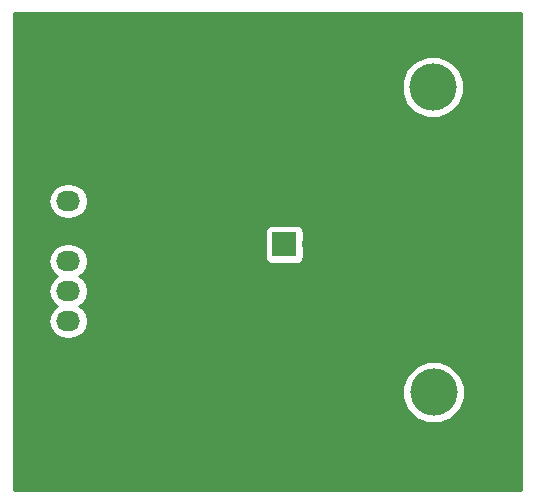
<source format=gbl>
G04 #@! TF.GenerationSoftware,KiCad,Pcbnew,(2017-08-08 revision 53204e097)-makepkg*
G04 #@! TF.CreationDate,2017-10-18T16:30:53+02:00*
G04 #@! TF.ProjectId,LM510401A,4C4D353130343031412E6B696361645F,rev?*
G04 #@! TF.SameCoordinates,Original*
G04 #@! TF.FileFunction,Copper,L2,Bot,Signal*
G04 #@! TF.FilePolarity,Positive*
%FSLAX46Y46*%
G04 Gerber Fmt 4.6, Leading zero omitted, Abs format (unit mm)*
G04 Created by KiCad (PCBNEW (2017-08-08 revision 53204e097)-makepkg) date 10/18/17 16:30:53*
%MOMM*%
%LPD*%
G01*
G04 APERTURE LIST*
%ADD10R,2.032000X2.032000*%
%ADD11O,2.032000X2.032000*%
%ADD12R,2.032000X1.727200*%
%ADD13O,2.032000X1.727200*%
%ADD14C,4.000500*%
%ADD15C,6.400000*%
%ADD16C,0.500000*%
%ADD17C,0.300000*%
%ADD18C,0.254000*%
G04 APERTURE END LIST*
D10*
X137287000Y-100965000D03*
D11*
X139827000Y-100965000D03*
D12*
X118999000Y-94742000D03*
D13*
X118999000Y-97282000D03*
X118999000Y-99822000D03*
X118999000Y-102362000D03*
X118999000Y-104902000D03*
X118999000Y-107442000D03*
D14*
X149860000Y-87630000D03*
X139700000Y-87630000D03*
X149923500Y-113474500D03*
X139763500Y-113474500D03*
D15*
X119380000Y-86360000D03*
X119380000Y-116840000D03*
X152400000Y-101600000D03*
D16*
X133985000Y-104140000D03*
X133985000Y-102870000D03*
X132715000Y-104140000D03*
X132715000Y-102870000D03*
X131445000Y-104140000D03*
X130175000Y-102870000D03*
X131445000Y-102870000D03*
X130175000Y-95885000D03*
X132715000Y-95885000D03*
X131445000Y-95885000D03*
X133985000Y-94615000D03*
X133985000Y-95885000D03*
X130175000Y-104140000D03*
X132715000Y-94615000D03*
X131445000Y-94615000D03*
X130175000Y-94615000D03*
X125158500Y-94678502D03*
X121898815Y-96900499D03*
D17*
X133985000Y-102870000D02*
X133985000Y-104140000D01*
X131445000Y-104140000D02*
X132715000Y-104140000D01*
X131445000Y-102870000D02*
X132715000Y-102870000D01*
X130175000Y-96238553D02*
X130175000Y-102870000D01*
X130175000Y-95885000D02*
X130175000Y-96238553D01*
X130175000Y-95885000D02*
X131445000Y-95885000D01*
X132715000Y-95885000D02*
X133985000Y-95885000D01*
X132715000Y-94615000D02*
X133985000Y-94615000D01*
X133979161Y-94615000D02*
X132715000Y-94615000D01*
X130175000Y-94615000D02*
X131445000Y-94615000D01*
D18*
G36*
X157353000Y-121793000D02*
X114427000Y-121793000D01*
X114427000Y-113996384D01*
X147287793Y-113996384D01*
X147688141Y-114965299D01*
X148428802Y-115707254D01*
X149397017Y-116109292D01*
X150445384Y-116110207D01*
X151414299Y-115709859D01*
X152156254Y-114969198D01*
X152558292Y-114000983D01*
X152559207Y-112952616D01*
X152158859Y-111983701D01*
X151418198Y-111241746D01*
X150449983Y-110839708D01*
X149401616Y-110838793D01*
X148432701Y-111239141D01*
X147690746Y-111979802D01*
X147288708Y-112948017D01*
X147287793Y-113996384D01*
X114427000Y-113996384D01*
X114427000Y-102362000D01*
X117315655Y-102362000D01*
X117429729Y-102935489D01*
X117754585Y-103421670D01*
X118069366Y-103632000D01*
X117754585Y-103842330D01*
X117429729Y-104328511D01*
X117315655Y-104902000D01*
X117429729Y-105475489D01*
X117754585Y-105961670D01*
X118069366Y-106172000D01*
X117754585Y-106382330D01*
X117429729Y-106868511D01*
X117315655Y-107442000D01*
X117429729Y-108015489D01*
X117754585Y-108501670D01*
X118240766Y-108826526D01*
X118814255Y-108940600D01*
X119183745Y-108940600D01*
X119757234Y-108826526D01*
X120243415Y-108501670D01*
X120568271Y-108015489D01*
X120682345Y-107442000D01*
X120568271Y-106868511D01*
X120243415Y-106382330D01*
X119928634Y-106172000D01*
X120243415Y-105961670D01*
X120568271Y-105475489D01*
X120682345Y-104902000D01*
X120568271Y-104328511D01*
X120243415Y-103842330D01*
X119928634Y-103632000D01*
X120243415Y-103421670D01*
X120568271Y-102935489D01*
X120682345Y-102362000D01*
X120568271Y-101788511D01*
X120243415Y-101302330D01*
X119757234Y-100977474D01*
X119183745Y-100863400D01*
X118814255Y-100863400D01*
X118240766Y-100977474D01*
X117754585Y-101302330D01*
X117429729Y-101788511D01*
X117315655Y-102362000D01*
X114427000Y-102362000D01*
X114427000Y-99949000D01*
X135623560Y-99949000D01*
X135623560Y-101981000D01*
X135672843Y-102228765D01*
X135813191Y-102438809D01*
X136023235Y-102579157D01*
X136271000Y-102628440D01*
X138303000Y-102628440D01*
X138550765Y-102579157D01*
X138760809Y-102438809D01*
X138901157Y-102228765D01*
X138950440Y-101981000D01*
X138950440Y-99949000D01*
X138901157Y-99701235D01*
X138760809Y-99491191D01*
X138550765Y-99350843D01*
X138303000Y-99301560D01*
X136271000Y-99301560D01*
X136023235Y-99350843D01*
X135813191Y-99491191D01*
X135672843Y-99701235D01*
X135623560Y-99949000D01*
X114427000Y-99949000D01*
X114427000Y-97282000D01*
X117315655Y-97282000D01*
X117429729Y-97855489D01*
X117754585Y-98341670D01*
X118240766Y-98666526D01*
X118814255Y-98780600D01*
X119183745Y-98780600D01*
X119757234Y-98666526D01*
X120243415Y-98341670D01*
X120568271Y-97855489D01*
X120682345Y-97282000D01*
X120568271Y-96708511D01*
X120243415Y-96222330D01*
X119757234Y-95897474D01*
X119183745Y-95783400D01*
X118814255Y-95783400D01*
X118240766Y-95897474D01*
X117754585Y-96222330D01*
X117429729Y-96708511D01*
X117315655Y-97282000D01*
X114427000Y-97282000D01*
X114427000Y-88151884D01*
X147224293Y-88151884D01*
X147624641Y-89120799D01*
X148365302Y-89862754D01*
X149333517Y-90264792D01*
X150381884Y-90265707D01*
X151350799Y-89865359D01*
X152092754Y-89124698D01*
X152494792Y-88156483D01*
X152495707Y-87108116D01*
X152095359Y-86139201D01*
X151354698Y-85397246D01*
X150386483Y-84995208D01*
X149338116Y-84994293D01*
X148369201Y-85394641D01*
X147627246Y-86135302D01*
X147225208Y-87103517D01*
X147224293Y-88151884D01*
X114427000Y-88151884D01*
X114427000Y-81407000D01*
X157353000Y-81407000D01*
X157353000Y-121793000D01*
X157353000Y-121793000D01*
G37*
X157353000Y-121793000D02*
X114427000Y-121793000D01*
X114427000Y-113996384D01*
X147287793Y-113996384D01*
X147688141Y-114965299D01*
X148428802Y-115707254D01*
X149397017Y-116109292D01*
X150445384Y-116110207D01*
X151414299Y-115709859D01*
X152156254Y-114969198D01*
X152558292Y-114000983D01*
X152559207Y-112952616D01*
X152158859Y-111983701D01*
X151418198Y-111241746D01*
X150449983Y-110839708D01*
X149401616Y-110838793D01*
X148432701Y-111239141D01*
X147690746Y-111979802D01*
X147288708Y-112948017D01*
X147287793Y-113996384D01*
X114427000Y-113996384D01*
X114427000Y-102362000D01*
X117315655Y-102362000D01*
X117429729Y-102935489D01*
X117754585Y-103421670D01*
X118069366Y-103632000D01*
X117754585Y-103842330D01*
X117429729Y-104328511D01*
X117315655Y-104902000D01*
X117429729Y-105475489D01*
X117754585Y-105961670D01*
X118069366Y-106172000D01*
X117754585Y-106382330D01*
X117429729Y-106868511D01*
X117315655Y-107442000D01*
X117429729Y-108015489D01*
X117754585Y-108501670D01*
X118240766Y-108826526D01*
X118814255Y-108940600D01*
X119183745Y-108940600D01*
X119757234Y-108826526D01*
X120243415Y-108501670D01*
X120568271Y-108015489D01*
X120682345Y-107442000D01*
X120568271Y-106868511D01*
X120243415Y-106382330D01*
X119928634Y-106172000D01*
X120243415Y-105961670D01*
X120568271Y-105475489D01*
X120682345Y-104902000D01*
X120568271Y-104328511D01*
X120243415Y-103842330D01*
X119928634Y-103632000D01*
X120243415Y-103421670D01*
X120568271Y-102935489D01*
X120682345Y-102362000D01*
X120568271Y-101788511D01*
X120243415Y-101302330D01*
X119757234Y-100977474D01*
X119183745Y-100863400D01*
X118814255Y-100863400D01*
X118240766Y-100977474D01*
X117754585Y-101302330D01*
X117429729Y-101788511D01*
X117315655Y-102362000D01*
X114427000Y-102362000D01*
X114427000Y-99949000D01*
X135623560Y-99949000D01*
X135623560Y-101981000D01*
X135672843Y-102228765D01*
X135813191Y-102438809D01*
X136023235Y-102579157D01*
X136271000Y-102628440D01*
X138303000Y-102628440D01*
X138550765Y-102579157D01*
X138760809Y-102438809D01*
X138901157Y-102228765D01*
X138950440Y-101981000D01*
X138950440Y-99949000D01*
X138901157Y-99701235D01*
X138760809Y-99491191D01*
X138550765Y-99350843D01*
X138303000Y-99301560D01*
X136271000Y-99301560D01*
X136023235Y-99350843D01*
X135813191Y-99491191D01*
X135672843Y-99701235D01*
X135623560Y-99949000D01*
X114427000Y-99949000D01*
X114427000Y-97282000D01*
X117315655Y-97282000D01*
X117429729Y-97855489D01*
X117754585Y-98341670D01*
X118240766Y-98666526D01*
X118814255Y-98780600D01*
X119183745Y-98780600D01*
X119757234Y-98666526D01*
X120243415Y-98341670D01*
X120568271Y-97855489D01*
X120682345Y-97282000D01*
X120568271Y-96708511D01*
X120243415Y-96222330D01*
X119757234Y-95897474D01*
X119183745Y-95783400D01*
X118814255Y-95783400D01*
X118240766Y-95897474D01*
X117754585Y-96222330D01*
X117429729Y-96708511D01*
X117315655Y-97282000D01*
X114427000Y-97282000D01*
X114427000Y-88151884D01*
X147224293Y-88151884D01*
X147624641Y-89120799D01*
X148365302Y-89862754D01*
X149333517Y-90264792D01*
X150381884Y-90265707D01*
X151350799Y-89865359D01*
X152092754Y-89124698D01*
X152494792Y-88156483D01*
X152495707Y-87108116D01*
X152095359Y-86139201D01*
X151354698Y-85397246D01*
X150386483Y-84995208D01*
X149338116Y-84994293D01*
X148369201Y-85394641D01*
X147627246Y-86135302D01*
X147225208Y-87103517D01*
X147224293Y-88151884D01*
X114427000Y-88151884D01*
X114427000Y-81407000D01*
X157353000Y-81407000D01*
X157353000Y-121793000D01*
M02*

</source>
